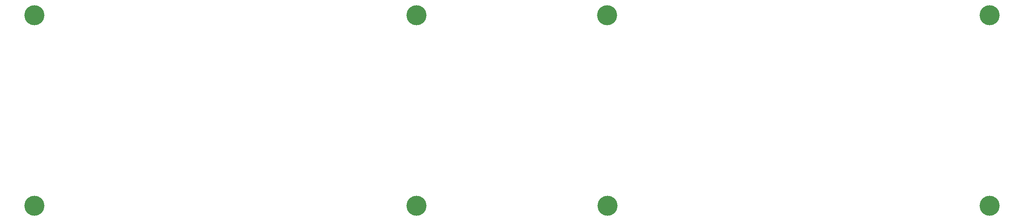
<source format=gbr>
%TF.GenerationSoftware,KiCad,Pcbnew,5.1.9+dfsg1-1*%
%TF.CreationDate,2022-03-28T13:31:45+02:00*%
%TF.ProjectId,la_nc-bottom-plate,6c615f6e-632d-4626-9f74-746f6d2d706c,rev?*%
%TF.SameCoordinates,Original*%
%TF.FileFunction,Soldermask,Top*%
%TF.FilePolarity,Negative*%
%FSLAX46Y46*%
G04 Gerber Fmt 4.6, Leading zero omitted, Abs format (unit mm)*
G04 Created by KiCad (PCBNEW 5.1.9+dfsg1-1) date 2022-03-28 13:31:45*
%MOMM*%
%LPD*%
G01*
G04 APERTURE LIST*
%ADD10C,0.500000*%
%ADD11C,4.000000*%
G04 APERTURE END LIST*
D10*
%TO.C,M8*%
X250297500Y-97897500D03*
X248177500Y-97897500D03*
X248177500Y-95777500D03*
X250297500Y-95777500D03*
X249237500Y-98337500D03*
X249237500Y-95337500D03*
X247737500Y-96837500D03*
X250737500Y-96837500D03*
D11*
X249237500Y-96837500D03*
%TD*%
D10*
%TO.C,M7*%
X250297500Y-59797500D03*
X248177500Y-59797500D03*
X248177500Y-57677500D03*
X250297500Y-57677500D03*
X249237500Y-60237500D03*
X249237500Y-57237500D03*
X247737500Y-58737500D03*
X250737500Y-58737500D03*
D11*
X249237500Y-58737500D03*
%TD*%
D10*
%TO.C,M6*%
X174097500Y-97897500D03*
X171977500Y-97897500D03*
X171977500Y-95777500D03*
X174097500Y-95777500D03*
X173037500Y-98337500D03*
X173037500Y-95337500D03*
X171537500Y-96837500D03*
X174537500Y-96837500D03*
D11*
X173037500Y-96837500D03*
%TD*%
D10*
%TO.C,M5*%
X174010000Y-59797500D03*
X171890000Y-59797500D03*
X171890000Y-57677500D03*
X174010000Y-57677500D03*
X172950000Y-60237500D03*
X172950000Y-57237500D03*
X171450000Y-58737500D03*
X174450000Y-58737500D03*
D11*
X172950000Y-58737500D03*
%TD*%
D10*
%TO.C,M4*%
X135997500Y-97897500D03*
X133877500Y-97897500D03*
X133877500Y-95777500D03*
X135997500Y-95777500D03*
X134937500Y-98337500D03*
X134937500Y-95337500D03*
X133437500Y-96837500D03*
X136437500Y-96837500D03*
D11*
X134937500Y-96837500D03*
%TD*%
D10*
%TO.C,M3*%
X135997500Y-59797500D03*
X133877500Y-59797500D03*
X133877500Y-57677500D03*
X135997500Y-57677500D03*
X134937500Y-60237500D03*
X134937500Y-57237500D03*
X133437500Y-58737500D03*
X136437500Y-58737500D03*
D11*
X134937500Y-58737500D03*
%TD*%
D10*
%TO.C,M2*%
X59797500Y-97897500D03*
X57677500Y-97897500D03*
X57677500Y-95777500D03*
X59797500Y-95777500D03*
X58737500Y-98337500D03*
X58737500Y-95337500D03*
X57237500Y-96837500D03*
X60237500Y-96837500D03*
D11*
X58737500Y-96837500D03*
%TD*%
D10*
%TO.C,M1*%
X59797500Y-59797500D03*
X57677500Y-59797500D03*
X57677500Y-57677500D03*
X59797500Y-57677500D03*
X58737500Y-60237500D03*
X58737500Y-57237500D03*
X57237500Y-58737500D03*
X60237500Y-58737500D03*
D11*
X58737500Y-58737500D03*
%TD*%
M02*

</source>
